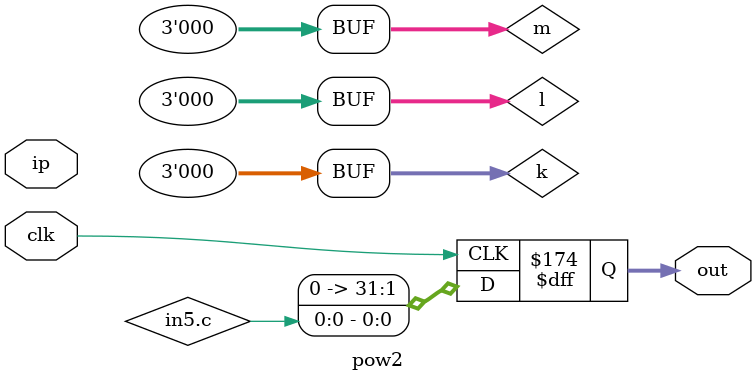
<source format=v>
`timescale 1ns / 1ps
module pow2(ip,out,clk);
reg [31:0] a [12:0],b [12:0],c[11:0];
reg [31:0] z;
wire [31:0] y;
reg [31:0] exp;  //,ip=32'b00111111000100010110100001110011;   //0.568
input [31:0] ip;
output reg [31:0] out;
input clk;

wire [31:0] op1,op2,op3,op4,op5,op;
reg[3:0] i=0,j;
reg [2:0] k=0,l=0,m=0;

always@(posedge clk)
begin

a[0]=32'b00000000000000000000000000000000;    //0
a[1]=32'b00111110000000000000000000000000;    //0.125
a[2]=32'b00111110011100000000011010001110;    //0.2344
a[3]=32'b00111110101010010000001011011110;    //0.3301
a[4]=32'b00111110110100111101110110011000;    //0.4138
a[5]=32'b00111110111110010110010100101100;    //0.4871
a[6]=32'b00111111000011010001101101110001;    //0.5512;
a[7]=32'b00111111000110110111100000000011;    //0.6073;
a[8]=32'b00111111001101001001101110100110;    //0.7055;
a[9]=32'b00111111010001110111001100011001;    //0.7791;
a[10]=32'b00111111010101011001010010101111;   //0.8343;
a[11]=32'b00111111011010101100110110011111;   //0.9172;
a[12]=32'b00111111100000000000000000000000;   //1;

 

b[0]=32'b00111111100000000000000000000000;   //1
b[1]=32'b00111111100010111001010110111100;   //1.090507
b[2]=32'b00111111100101101001010011010101;   //1.176417
b[3]=32'b00111111101000001110100010100111;   //1.257100
b[4]=32'b00111111101010101000010100110100;   //1.332190;
b[5]=32'b00111111101100110110100001101010;   //1.401624;
b[6]=32'b00111111101110111000111100001100;   //1.465303;
b[7]=32'b00111111110000101111111011101111;   //1.523405;
b[8]=32'b00111111110100001011101100010011;   //1.630709;
b[9]=32'b00111111110110111010011111011011;   //1.716060;
b[10]=32'b00111111111001000011100100001101;  //1.782991;
b[11]=32'b00111111111100011011100010011001;  //1.888446;
b[12]=32'b01000000000000000000000000000000;  //2.0;



c[0]=32'b01000001000000000000000000000000;    //8
c[1]=32'b01000001000100100100000001001111;    //9.1407
c[2]=32'b01000001001001110011000001010101;    //10.4493
c[3]=32'b01000001001111110010100010001101;    //11.9474
c[4]=32'b01000001010110100100011110101110;    //13.6425
c[5]=32'b01000001011110011001110000001111;    //15.6006
c[6]=32'b01000001100011101001101000110111;    //17.8253
c[7]=32'b01000001001000101110111001100011;    //10.1832
c[8]=32'b01000001010110010110001111110001;    //13.5869;
c[9]=32'b01000001100100001110110101011101;    //18.1159;
c[10]=32'b01000001010000010000000011010010;   //12.0627;
c[11]=32'b01000001010000010011110000110110;   //12.0772;


for(i=0;i<12;i=i+1)
begin
if(ip>=a[i] && ip<=a[i+1])
begin
j=i;
end
end
out=in5.c;
end

subt in1(b[j],b[j+1],op1);
mul in2(op1,c[j],op2);
subt in3(a[j],ip,op3);
mul in4(op2,op3,op4);
add in5(op4,b[j],op);

endmodule








</source>
